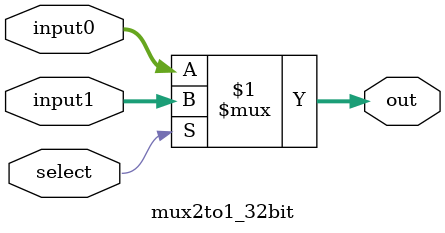
<source format=v>
module mux2to1_32bit (
    input wire [31:0] input0,
    input wire [31:0] input1,
    input wire select,
    output wire [31:0] out
);

    assign out = select ? input1 : input0;

endmodule
</source>
